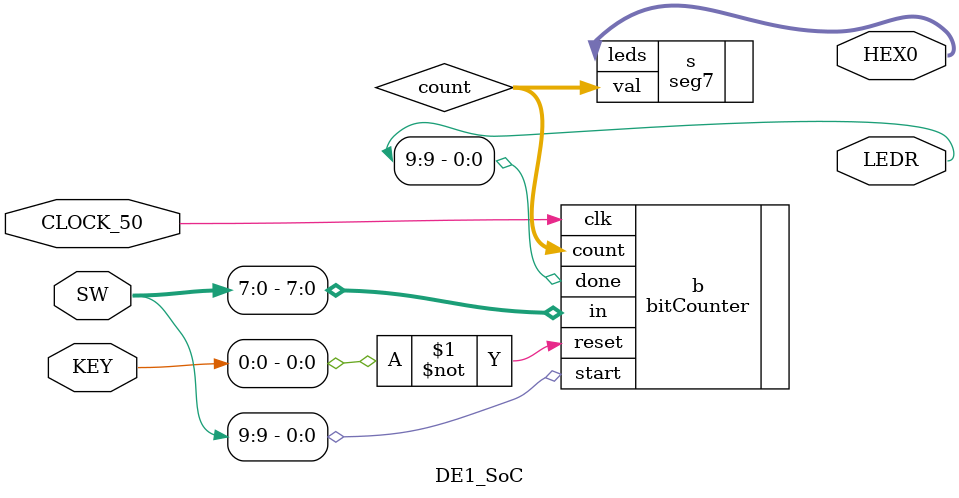
<source format=sv>
 

module DE1_SoC (SW, KEY, LEDR, HEX0, CLOCK_50);
	input logic [9:0] SW;
	input logic [3:0] KEY;
	input logic CLOCK_50;
	output logic [9:0] LEDR;
	output logic [6:0] HEX0;
	logic [3:0] count;
	
	bitCounter b (.in(SW[7:0]), .reset(~KEY[0]), .start(SW[9]), .clk(CLOCK_50), .count, .done(LEDR[9]));
	seg7 s (.val(count), .leds(HEX0));
endmodule

</source>
